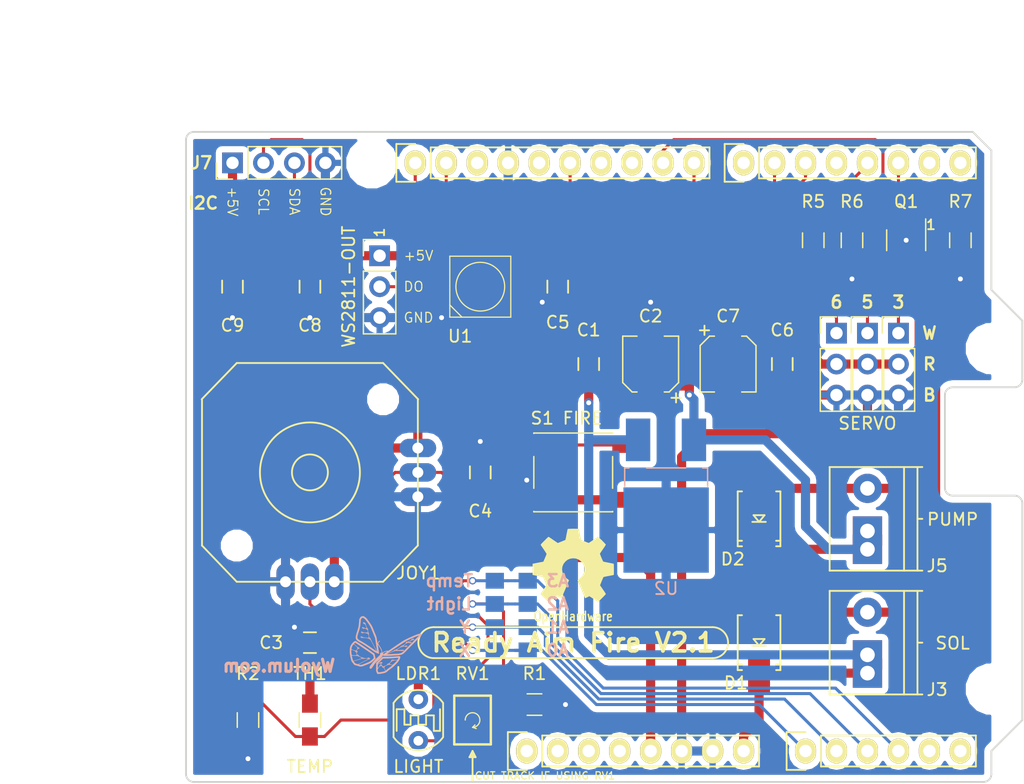
<source format=kicad_pcb>
(kicad_pcb (version 4) (host pcbnew 4.0.7-e2-6376~58~ubuntu16.04.1)
  (title_block (date "lun. 30 mars 2015"))
  (layers (0 F.Cu signal) (31 B.Cu signal) (34 B.Paste user) (35 F.Paste user) (36 B.SilkS user) (37 F.SilkS user) (38 B.Mask user) (39 F.Mask user) (44 Edge.Cuts user))
  (net 0 "")
  (net 1 +5V)
  (net 2 GND)
  (net 3 /Vin)
  (net 4 /A0)
  (net 5 /A1)
  (net 6 /A2)
  (net 7 /A3)
  (net 8 "/A4(SDA)")
  (net 9 "/A5(SCL)")
  (net 10 "/9(**)")
  (net 11 /8)
  (net 12 "/6(**)")
  (net 13 "/5(**)")
  (net 14 "/3(**)")
  (net 15 /2)
  (net 16 "/12(MISO)")
  (net 17 /SVCC)
  (net 18 /LED_OUT)
  (net 19 "Net-(Q1-Pad3)")
  (net 20 "Net-(D1-Pad2)")
  (net 21 "Net-(D2-Pad2)")
  (module RAF_Libs:CP_Elec_4x5.7 (layer F.Cu) (at 155.448 92.075 270)
    (fp_text reference C7 (at -3.937 0 360) (layer F.SilkS))
    (fp_text value 2.2uF)
    (fp_text user + (at -2.77 2.01 270) (layer F.SilkS))
    (pad 1 smd rect (at -1.8 0 90) (size 2.6 1.6) (layers F.Cu F.Paste F.Mask) (net 17 /SVCC))
    (pad 2 smd rect (at 1.8 0 90) (size 2.6 1.6) (layers F.Cu F.Paste F.Mask) (net 2 GND))
  )
  (module RAF_Libs:LED_WS2812B-PLCC4 (layer F.Cu) (at 135.128 85.725 270)
    (fp_text reference U1 (at 4.064 1.651 360) (layer F.SilkS))
    (fp_text value RGB_WS2811B)
    (pad 3 smd rect (at 2.5 1.6 270) (size 1.6 1) (layers F.Cu F.Paste F.Mask) (net 2 GND))
    (pad 4 smd rect (at 2.5 -1.6 270) (size 1.6 1) (layers F.Cu F.Paste F.Mask) (net 11 /8))
    (pad 2 smd rect (at -2.5 1.6 270) (size 1.6 1) (layers F.Cu F.Paste F.Mask) (net 18 /LED_OUT))
    (pad 1 smd rect (at -2.5 -1.6 270) (size 1.6 1) (layers F.Cu F.Paste F.Mask) (net 1 +5V))
  )
  (module RAF_Libs:R_0805_HandSoldering (layer F.Cu) (at 121.158 121.285 270)
    (fp_text reference TH1 (at -3.81 0 360) (layer F.SilkS))
    (fp_text value TEMP (at 3.81 0 360) (layer F.SilkS))
    (pad 1 smd rect (at -1.35 0 270) (size 1.5 1.3) (layers F.Cu F.Paste F.Mask) (net 1 +5V))
    (pad 2 smd rect (at 1.35 0 270) (size 1.5 1.3) (layers F.Cu F.Paste F.Mask) (net 7 /A3))
  )
  (module RAF_Libs:SW_SPST_PTS645 (layer F.Cu) (at 142.748 100.965)
    (fp_text reference S1 (at -2.54 -4.445) (layer F.SilkS))
    (fp_text value FIRE (at 0.762 -4.445) (layer F.SilkS))
    (pad 2 smd rect (at -3.98 2.25) (size 1.55 1.3) (layers F.Cu F.Paste F.Mask) (net 2 GND))
    (pad 1 smd rect (at -3.98 -2.25) (size 1.55 1.3) (layers F.Cu F.Paste F.Mask) (net 16 "/12(MISO)"))
    (pad 1 smd rect (at 3.98 -2.25) (size 1.55 1.3) (layers F.Cu F.Paste F.Mask) (net 16 "/12(MISO)"))
    (pad 2 smd rect (at 3.98 2.25) (size 1.55 1.3) (layers F.Cu F.Paste F.Mask) (net 2 GND))
  )
  (module RAF_Libs:R_0805_HandSoldering (layer F.Cu) (at 174.498 81.915 90)
    (fp_text reference R7 (at 3.175 0 360) (layer F.SilkS))
    (fp_text value 100k)
    (pad 1 smd rect (at -1.35 0 90) (size 1.5 1.3) (layers F.Cu F.Paste F.Mask) (net 2 GND))
    (pad 2 smd rect (at 1.35 0 90) (size 1.5 1.3) (layers F.Cu F.Paste F.Mask) (net 15 /2))
  )
  (module RAF_Libs:R_0805_HandSoldering (layer F.Cu) (at 165.608 81.915 90)
    (fp_text reference R6 (at 3.175 0 360) (layer F.SilkS))
    (fp_text value 100k)
    (pad 1 smd rect (at -1.35 0 90) (size 1.5 1.3) (layers F.Cu F.Paste F.Mask) (net 2 GND))
    (pad 2 smd rect (at 1.35 0 90) (size 1.5 1.3) (layers F.Cu F.Paste F.Mask) (net 19 "Net-(Q1-Pad3)"))
  )
  (module RAF_Libs:R_0805_HandSoldering (layer F.Cu) (at 162.433 81.915 90)
    (fp_text reference R5 (at 3.175 0 360) (layer F.SilkS))
    (fp_text value 100k)
    (pad 1 smd rect (at -1.35 0 90) (size 1.5 1.3) (layers F.Cu F.Paste F.Mask) (net 19 "Net-(Q1-Pad3)"))
    (pad 2 smd rect (at 1.35 0 90) (size 1.5 1.3) (layers F.Cu F.Paste F.Mask) (net 10 "/9(**)"))
  )
  (module RAF_Libs:R_0805_HandSoldering (layer F.Cu) (at 116.078 121.285 270)
    (fp_text reference R2 (at -3.81 0 360) (layer F.SilkS))
    (fp_text value 10K)
    (pad 1 smd rect (at -1.35 0 270) (size 1.5 1.3) (layers F.Cu F.Paste F.Mask) (net 7 /A3))
    (pad 2 smd rect (at 1.35 0 270) (size 1.5 1.3) (layers F.Cu F.Paste F.Mask) (net 2 GND))
  )
  (module RAF_Libs:R_0805_HandSoldering (layer F.Cu) (at 139.573 120.015)
    (fp_text reference R1 (at 0 -2.54 180) (layer F.SilkS))
    (fp_text value 22K)
    (pad 1 smd rect (at -1.35 0) (size 1.5 1.3) (layers F.Cu F.Paste F.Mask) (net 6 /A2))
    (pad 2 smd rect (at 1.35 0) (size 1.5 1.3) (layers F.Cu F.Paste F.Mask) (net 2 GND))
  )
  (module RAF_Libs:SuperSOT-6 (layer F.Cu) (at 170.053 81.915 270)
    (fp_text reference Q1 (at -3.175 0 360) (layer F.SilkS))
    (fp_text value FDC6305N)
    (pad 1 smd rect (at -1.3 -0.95 270) (size 1 0.7) (layers F.Cu F.Paste F.Mask) (net 15 /2))
    (pad 2 smd rect (at -1.3 0 270) (size 1 0.7) (layers F.Cu F.Paste F.Mask) (net 2 GND))
    (pad 3 smd rect (at -1.3 0.95 270) (size 1 0.7) (layers F.Cu F.Paste F.Mask) (net 19 "Net-(Q1-Pad3)"))
    (pad 4 smd rect (at 1.3 0.95 270) (size 1 0.7) (layers F.Cu F.Paste F.Mask) (net 21 "Net-(D2-Pad2)"))
    (pad 6 smd rect (at 1.3 -0.95 270) (size 1 0.7) (layers F.Cu F.Paste F.Mask) (net 20 "Net-(D1-Pad2)"))
    (pad 5 smd rect (at 1.3 0 270) (size 1 0.7) (layers F.Cu F.Paste F.Mask) (net 2 GND))
  )
  (module RAF_Libs:Socket_Strip_Arduino_1x08 (layer F.Cu) (at 156.718 75.565)
    (fp_text reference P4 hide)
    (fp_text value Digital)
    (pad 1 thru_hole oval (at 0 0) (size 1.7272 2.032) (drill 1.016) (layers *.Cu *.Mask F.SilkS))
    (pad 2 thru_hole oval (at 2.54 0) (size 1.7272 2.032) (drill 1.016) (layers *.Cu *.Mask F.SilkS) (net 12 "/6(**)"))
    (pad 3 thru_hole oval (at 5.08 0) (size 1.7272 2.032) (drill 1.016) (layers *.Cu *.Mask F.SilkS) (net 13 "/5(**)"))
    (pad 4 thru_hole oval (at 7.62 0) (size 1.7272 2.032) (drill 1.016) (layers *.Cu *.Mask F.SilkS))
    (pad 5 thru_hole oval (at 10.16 0) (size 1.7272 2.032) (drill 1.016) (layers *.Cu *.Mask F.SilkS) (net 14 "/3(**)"))
    (pad 6 thru_hole oval (at 12.7 0) (size 1.7272 2.032) (drill 1.016) (layers *.Cu *.Mask F.SilkS) (net 15 /2))
    (pad 7 thru_hole oval (at 15.24 0) (size 1.7272 2.032) (drill 1.016) (layers *.Cu *.Mask F.SilkS))
    (pad 8 thru_hole oval (at 17.78 0) (size 1.7272 2.032) (drill 1.016) (layers *.Cu *.Mask F.SilkS))
  )
  (module RAF_Libs:Socket_Strip_Arduino_1x10 (layer F.Cu) (at 129.794 75.565)
    (fp_text reference P3 hide)
    (fp_text value Digital)
    (pad 1 thru_hole oval (at 0 0) (size 1.7272 2.032) (drill 1.016) (layers *.Cu *.Mask F.SilkS) (net 9 "/A5(SCL)"))
    (pad 2 thru_hole oval (at 2.54 0) (size 1.7272 2.032) (drill 1.016) (layers *.Cu *.Mask F.SilkS) (net 8 "/A4(SDA)"))
    (pad 3 thru_hole oval (at 5.08 0) (size 1.7272 2.032) (drill 1.016) (layers *.Cu *.Mask F.SilkS))
    (pad 4 thru_hole oval (at 7.62 0) (size 1.7272 2.032) (drill 1.016) (layers *.Cu *.Mask F.SilkS) (net 2 GND))
    (pad 5 thru_hole oval (at 10.16 0) (size 1.7272 2.032) (drill 1.016) (layers *.Cu *.Mask F.SilkS))
    (pad 6 thru_hole oval (at 12.7 0) (size 1.7272 2.032) (drill 1.016) (layers *.Cu *.Mask F.SilkS) (net 16 "/12(MISO)"))
    (pad 7 thru_hole oval (at 15.24 0) (size 1.7272 2.032) (drill 1.016) (layers *.Cu *.Mask F.SilkS))
    (pad 8 thru_hole oval (at 17.78 0) (size 1.7272 2.032) (drill 1.016) (layers *.Cu *.Mask F.SilkS))
    (pad 9 thru_hole oval (at 20.32 0) (size 1.7272 2.032) (drill 1.016) (layers *.Cu *.Mask F.SilkS) (net 10 "/9(**)"))
    (pad 10 thru_hole oval (at 22.86 0) (size 1.7272 2.032) (drill 1.016) (layers *.Cu *.Mask F.SilkS) (net 11 /8))
  )
  (module RAF_Libs:Socket_Strip_Arduino_1x06 (layer F.Cu) (at 161.798 123.825)
    (fp_text reference P2 hide)
    (fp_text value Analog)
    (pad 1 thru_hole oval (at 0 0) (size 1.7272 2.032) (drill 1.016) (layers *.Cu *.Mask F.SilkS) (net 4 /A0))
    (pad 2 thru_hole oval (at 2.54 0) (size 1.7272 2.032) (drill 1.016) (layers *.Cu *.Mask F.SilkS) (net 5 /A1))
    (pad 3 thru_hole oval (at 5.08 0) (size 1.7272 2.032) (drill 1.016) (layers *.Cu *.Mask F.SilkS) (net 6 /A2))
    (pad 4 thru_hole oval (at 7.62 0) (size 1.7272 2.032) (drill 1.016) (layers *.Cu *.Mask F.SilkS) (net 7 /A3))
    (pad 5 thru_hole oval (at 10.16 0) (size 1.7272 2.032) (drill 1.016) (layers *.Cu *.Mask F.SilkS))
    (pad 6 thru_hole oval (at 12.7 0) (size 1.7272 2.032) (drill 1.016) (layers *.Cu *.Mask F.SilkS))
  )
  (module RAF_Libs:Socket_Strip_Arduino_1x08 (layer F.Cu) (at 138.938 123.825)
    (fp_text reference P1 hide)
    (fp_text value Power)
    (pad 1 thru_hole oval (at 0 0) (size 1.7272 2.032) (drill 1.016) (layers *.Cu *.Mask F.SilkS))
    (pad 2 thru_hole oval (at 2.54 0) (size 1.7272 2.032) (drill 1.016) (layers *.Cu *.Mask F.SilkS))
    (pad 3 thru_hole oval (at 5.08 0) (size 1.7272 2.032) (drill 1.016) (layers *.Cu *.Mask F.SilkS))
    (pad 4 thru_hole oval (at 7.62 0) (size 1.7272 2.032) (drill 1.016) (layers *.Cu *.Mask F.SilkS))
    (pad 5 thru_hole oval (at 10.16 0) (size 1.7272 2.032) (drill 1.016) (layers *.Cu *.Mask F.SilkS) (net 1 +5V))
    (pad 6 thru_hole oval (at 12.7 0) (size 1.7272 2.032) (drill 1.016) (layers *.Cu *.Mask F.SilkS) (net 2 GND))
    (pad 7 thru_hole oval (at 15.24 0) (size 1.7272 2.032) (drill 1.016) (layers *.Cu *.Mask F.SilkS) (net 2 GND))
    (pad 8 thru_hole oval (at 17.78 0) (size 1.7272 2.032) (drill 1.016) (layers *.Cu *.Mask F.SilkS) (net 3 /Vin))
  )
  (module RAF_Libs:Pin_Header_Straight_1x04_Pitch2.54mm (layer F.Cu) (at 114.808 75.565 90)
    (fp_text reference J7 (at 0 -2.54 180) (layer F.SilkS) (effects (font (thickness 0.2))))
    (fp_text value I2C (at -3.302 -2.413 180) (layer F.SilkS) (effects (font (thickness 0.2))))
    (pad 1 thru_hole rect (at 0 0 90) (size 1.7 1.7) (drill 1.016) (layers *.Cu *.Mask) (net 1 +5V))
    (pad 2 thru_hole oval (at 0 2.54 90) (size 1.7 1.7) (drill 1.016) (layers *.Cu *.Mask) (net 9 "/A5(SCL)"))
    (pad 3 thru_hole oval (at 0 5.08 90) (size 1.7 1.7) (drill 1.016) (layers *.Cu *.Mask) (net 8 "/A4(SDA)"))
    (pad 4 thru_hole oval (at 0 7.62 90) (size 1.7 1.7) (drill 1.016) (layers *.Cu *.Mask) (net 2 GND))
  )
  (module RAF_Libs:Pin_Header_Straight_1x03_Pitch2.54mm (layer F.Cu) (at 126.873 83.185)
    (fp_text reference J6 hide)
    (fp_text value WS2811-OUT (at -2.54 2.54 90) (layer F.SilkS))
    (pad 1 thru_hole rect (at 0 0) (size 1.7 1.7) (drill 1.016) (layers *.Cu *.Mask) (net 1 +5V))
    (pad 2 thru_hole oval (at 0 2.54) (size 1.7 1.7) (drill 1.016) (layers *.Cu *.Mask) (net 18 /LED_OUT))
    (pad 3 thru_hole oval (at 0 5.08) (size 1.7 1.7) (drill 1.016) (layers *.Cu *.Mask) (net 2 GND))
  )
  (module RAF_Libs:Pin_Header_Straight_1x03_Pitch2.54mm (layer F.Cu) (at 164.338 89.535)
    (fp_text reference J4 hide)
    (fp_text value SERVO hide)
    (pad 1 thru_hole rect (at 0 0) (size 1.7 1.7) (drill 1.016) (layers *.Cu *.Mask) (net 12 "/6(**)"))
    (pad 2 thru_hole oval (at 0 2.54) (size 1.7 1.7) (drill 1.016) (layers *.Cu *.Mask) (net 17 /SVCC))
    (pad 3 thru_hole oval (at 0 5.08) (size 1.7 1.7) (drill 1.016) (layers *.Cu *.Mask) (net 2 GND))
  )
  (module RAF_Libs:Pin_Header_Straight_1x03_Pitch2.54mm (layer F.Cu) (at 166.878 89.535)
    (fp_text reference J2 hide)
    (fp_text value SERVO (at 0 7.41) (layer F.SilkS))
    (pad 1 thru_hole rect (at 0 0) (size 1.7 1.7) (drill 1.016) (layers *.Cu *.Mask) (net 13 "/5(**)"))
    (pad 2 thru_hole oval (at 0 2.54) (size 1.7 1.7) (drill 1.016) (layers *.Cu *.Mask) (net 17 /SVCC))
    (pad 3 thru_hole oval (at 0 5.08) (size 1.7 1.7) (drill 1.016) (layers *.Cu *.Mask) (net 2 GND))
  )
  (module RAF_Libs:Pin_Header_Straight_1x03_Pitch2.54mm (layer F.Cu) (at 169.418 89.535)
    (fp_text reference J1 hide)
    (fp_text value SERVO hide)
    (pad 1 thru_hole rect (at 0 0) (size 1.7 1.7) (drill 1.016) (layers *.Cu *.Mask) (net 14 "/3(**)"))
    (pad 2 thru_hole oval (at 0 2.54) (size 1.7 1.7) (drill 1.016) (layers *.Cu *.Mask) (net 17 /SVCC))
    (pad 3 thru_hole oval (at 0 5.08) (size 1.7 1.7) (drill 1.016) (layers *.Cu *.Mask) (net 2 GND))
  )
  (module RAF_Libs:SMA_Handsoldering (layer F.Cu) (at 157.988 104.775 90)
    (fp_text reference D2 (at -3.302 -2.159 180) (layer F.SilkS))
    (fp_text value S1ATR)
    (pad 1 smd rect (at -2.49936 0 90) (size 3.50012 1.80086) (layers F.Cu F.Paste F.Mask) (net 17 /SVCC))
    (pad 2 smd rect (at 2.49936 0 90) (size 3.50012 1.80086) (layers F.Cu F.Paste F.Mask) (net 21 "Net-(D2-Pad2)"))
  )
  (module RAF_Libs:SMA_Handsoldering (layer F.Cu) (at 157.988 114.935 90)
    (fp_text reference D1 (at -3.302 -1.905 180) (layer F.SilkS))
    (fp_text value S1ATR)
    (pad 1 smd rect (at -2.49936 0 90) (size 3.50012 1.80086) (layers F.Cu F.Paste F.Mask) (net 3 /Vin))
    (pad 2 smd rect (at 2.49936 0 90) (size 3.50012 1.80086) (layers F.Cu F.Paste F.Mask) (net 20 "Net-(D1-Pad2)"))
  )
  (module RAF_Libs:C_0805_HandSoldering (layer F.Cu) (at 114.808 85.725 270)
    (fp_text reference C9 (at 3.175 0 360) (layer F.SilkS))
    (fp_text value 0.1uF)
    (pad 1 smd rect (at -1.25 0 270) (size 1.5 1.25) (layers F.Cu F.Paste F.Mask) (net 1 +5V))
    (pad 2 smd rect (at 1.25 0 270) (size 1.5 1.25) (layers F.Cu F.Paste F.Mask) (net 2 GND))
  )
  (module RAF_Libs:C_0805_HandSoldering (layer F.Cu) (at 121.158 85.725 270)
    (fp_text reference C8 (at 3.175 0 360) (layer F.SilkS))
    (fp_text value 0.1uF)
    (pad 1 smd rect (at -1.25 0 270) (size 1.5 1.25) (layers F.Cu F.Paste F.Mask) (net 1 +5V))
    (pad 2 smd rect (at 1.25 0 270) (size 1.5 1.25) (layers F.Cu F.Paste F.Mask) (net 2 GND))
  )
  (module RAF_Libs:C_0805_HandSoldering (layer F.Cu) (at 159.893 92.075 270)
    (fp_text reference C6 (at -2.794 0 360) (layer F.SilkS))
    (fp_text value 0.1uF)
    (pad 1 smd rect (at -1.25 0 270) (size 1.5 1.25) (layers F.Cu F.Paste F.Mask) (net 17 /SVCC))
    (pad 2 smd rect (at 1.25 0 270) (size 1.5 1.25) (layers F.Cu F.Paste F.Mask) (net 2 GND))
  )
  (module RAF_Libs:C_0805_HandSoldering (layer F.Cu) (at 141.478 85.725 270)
    (fp_text reference C5 (at 2.921 0 360) (layer F.SilkS))
    (fp_text value 0.1uF)
    (pad 1 smd rect (at -1.25 0 270) (size 1.5 1.25) (layers F.Cu F.Paste F.Mask) (net 1 +5V))
    (pad 2 smd rect (at 1.25 0 270) (size 1.5 1.25) (layers F.Cu F.Paste F.Mask) (net 2 GND))
  )
  (module RAF_Libs:C_0805_HandSoldering (layer F.Cu) (at 135.128 100.965 90)
    (fp_text reference C4 (at -3.175 0 180) (layer F.SilkS))
    (fp_text value 0.1uF)
    (pad 1 smd rect (at -1.25 0 90) (size 1.5 1.25) (layers F.Cu F.Paste F.Mask) (net 5 /A1))
    (pad 2 smd rect (at 1.25 0 90) (size 1.5 1.25) (layers F.Cu F.Paste F.Mask) (net 2 GND))
  )
  (module RAF_Libs:C_0805_HandSoldering (layer F.Cu) (at 121.158 114.935 180)
    (fp_text reference C3 (at 3.175 0 360) (layer F.SilkS))
    (fp_text value 0.1uF)
    (pad 1 smd rect (at -1.25 0 180) (size 1.5 1.25) (layers F.Cu F.Paste F.Mask) (net 4 /A0))
    (pad 2 smd rect (at 1.25 0 180) (size 1.5 1.25) (layers F.Cu F.Paste F.Mask) (net 2 GND))
  )
  (module RAF_Libs:C_0805_HandSoldering (layer F.Cu) (at 144.018 92.075 90)
    (fp_text reference C1 (at 2.794 0 180) (layer F.SilkS))
    (fp_text value 0.1uF)
    (pad 1 smd rect (at -1.25 0 90) (size 1.5 1.25) (layers F.Cu F.Paste F.Mask) (net 3 /Vin))
    (pad 2 smd rect (at 1.25 0 90) (size 1.5 1.25) (layers F.Cu F.Paste F.Mask) (net 2 GND))
  )
  (module RAF_Libs:CP_Elec_4x5.7 (layer F.Cu) (at 149.098 92.075 90)
    (fp_text reference C2 (at 3.937 0 180) (layer F.SilkS))
    (fp_text value 2.2uF)
    (fp_text user + (at -2.77 2.01 90) (layer F.SilkS))
    (pad 1 smd rect (at -1.8 0 270) (size 2.6 1.6) (layers F.Cu F.Paste F.Mask) (net 17 /SVCC))
    (pad 2 smd rect (at 1.8 0 270) (size 2.6 1.6) (layers F.Cu F.Paste F.Mask) (net 2 GND))
  )
  (module RAF_Libs:logo_wyo_butterfly_small (layer B.Cu) (at 126.873 115.57 180)
    (fp_text reference WYO1 hide)
    (fp_text value LOGO_WL hide)
  )
  (module RAF_Libs:OSHW_6mm (layer F.Cu) (at 142.748 108.585)
    (fp_text reference OSHW1 hide)
    (fp_text value OSHW hide)
    (fp_text user OpenHardware (at 0 4.191) (layer F.SilkS) (effects (font (size 0.762 0.6096) (thickness 0.127))))
  )
  (module RAF_Libs:DPak (layer B.Cu) (at 150.368 102.87 270)
    (fp_text reference U2 (at 7.62 0 360) (layer B.SilkS) (effects (justify mirror)))
    (fp_text value LF60CDT)
    (pad VI smd rect (at -4.575 2.3) (size 2 3.5) (layers B.Cu B.Paste B.Mask) (net 3 /Vin))
    (pad VO smd rect (at -4.575 -2.28) (size 2 3.5) (layers B.Cu B.Paste B.Mask) (net 17 /SVCC))
    (pad GND smd rect (at 2.825 0) (size 7 7) (layers B.Cu B.Paste B.Mask) (net 2 GND))
  )
  (module RAF_Libs:0805_jumper (layer B.Cu) (at 137.668 115.57)
    (fp_text reference JP1 hide)
    (fp_text value Jumper_NC_Small hide)
    (pad 2 smd rect (at 0.3 0) (size 0.6 0.1524) (layers B.Cu B.Paste B.Mask) (net 4 /A0))
    (pad 2 smd rect (at 1.35 0) (size 1.5 1.3) (layers B.Cu B.Paste B.Mask) (net 4 /A0))
    (pad 1 smd rect (at -1.35 0) (size 1.5 1.3) (layers B.Cu B.Paste B.Mask) (net 4 /A0))
    (pad 1 smd rect (at -0.3 0) (size 0.6 0.1524) (layers B.Cu B.Paste B.Mask) (net 4 /A0))
  )
  (module RAF_Libs:0805_jumper (layer B.Cu) (at 137.668 109.855)
    (fp_text reference JP4 hide)
    (fp_text value Jumper_NC_Small hide)
    (pad 2 smd rect (at 0.3 0) (size 0.6 0.1524) (layers B.Cu B.Paste B.Mask) (net 7 /A3))
    (pad 2 smd rect (at 1.35 0) (size 1.5 1.3) (layers B.Cu B.Paste B.Mask) (net 7 /A3))
    (pad 1 smd rect (at -1.35 0) (size 1.5 1.3) (layers B.Cu B.Paste B.Mask) (net 7 /A3))
    (pad 1 smd rect (at -0.3 0) (size 0.6 0.1524) (layers B.Cu B.Paste B.Mask) (net 7 /A3))
  )
  (module RAF_Libs:0805_jumper (layer B.Cu) (at 137.668 111.76)
    (fp_text reference JP3 hide)
    (fp_text value Jumper_NC_Small hide)
    (pad 2 smd rect (at 0.3 0) (size 0.6 0.1524) (layers B.Cu B.Paste B.Mask) (net 6 /A2))
    (pad 2 smd rect (at 1.35 0) (size 1.5 1.3) (layers B.Cu B.Paste B.Mask) (net 6 /A2))
    (pad 1 smd rect (at -1.35 0) (size 1.5 1.3) (layers B.Cu B.Paste B.Mask) (net 6 /A2))
    (pad 1 smd rect (at -0.3 0) (size 0.6 0.1524) (layers B.Cu B.Paste B.Mask) (net 6 /A2))
  )
  (module RAF_Libs:0805_jumper (layer B.Cu) (at 137.668 113.665)
    (fp_text reference JP2 hide)
    (fp_text value Jumper_NC_Small hide)
    (pad 2 smd rect (at 0.3 0) (size 0.6 0.1524) (layers B.Cu B.Paste B.Mask) (net 5 /A1))
    (pad 2 smd rect (at 1.35 0) (size 1.5 1.3) (layers B.Cu B.Paste B.Mask) (net 5 /A1))
    (pad 1 smd rect (at -1.35 0) (size 1.5 1.3) (layers B.Cu B.Paste B.Mask) (net 5 /A1))
    (pad 1 smd rect (at -0.3 0) (size 0.6 0.1524) (layers B.Cu B.Paste B.Mask) (net 5 /A1))
  )
  (module RAF_Libs:Adafruit-thumb-joystick (layer F.Cu) (at 121.158 100.965)
    (fp_text reference JOY1 (at 8.89 8.255) (layer F.SilkS))
    (fp_text value AnalogJoystick)
    (pad X thru_hole oval (at 0 8.975) (size 1.5 3) (drill 0.8992) (layers *.Cu *.Mask) (net 4 /A0))
    (pad X- thru_hole oval (at -2 8.975) (size 1.5 3) (drill 0.8992) (layers *.Cu *.Mask) (net 2 GND))
    (pad X+ thru_hole oval (at 2 8.975) (size 1.5 3) (drill 0.8992) (layers *.Cu *.Mask) (net 1 +5V))
    (pad Y thru_hole oval (at 8.85 0) (size 3 1.5) (drill 0.8992) (layers *.Cu *.Mask) (net 5 /A1))
    (pad Y+ thru_hole oval (at 8.85 -2) (size 3 1.5) (drill 0.8992) (layers *.Cu *.Mask) (net 1 +5V))
    (pad Y- thru_hole oval (at 8.85 2) (size 3 1.5) (drill 0.8992) (layers *.Cu *.Mask) (net 2 GND))
    (pad "" np_thru_hole circle (at 5.999988 -5.999988) (size 1.599946 1.599946) (drill 1.599946) (layers *.Cu *.Mask))
    (pad "" np_thru_hole circle (at -5.999988 5.999988) (size 1.599946 1.599946) (drill 1.599946) (layers *.Cu *.Mask))
  )
  (module RAF_Libs:Resistor_LDR_5.0x3.4 (layer F.Cu) (at 130.048 121.285 270)
    (fp_text reference LDR1 (at -3.81 0 360) (layer F.SilkS))
    (fp_text value LIGHT (at 3.81 0 360) (layer F.SilkS))
    (pad 1 thru_hole circle (at -1.7018 0 270) (size 1.6 1.6) (drill 0.8) (layers *.Cu *.Mask) (net 1 +5V))
    (pad 2 thru_hole circle (at 1.7018 0 270) (size 1.6 1.6) (drill 0.8) (layers *.Cu *.Mask) (net 6 /A2))
  )
  (module RAF_Libs:NPTH_hole_3mm (layer F.Cu) (at 126.238 75.565)
    (fp_text reference H4 hide)
    (fp_text value NPTH_hole hide)
    (pad "" np_thru_hole circle (at 0 0) (size 3.175 3.175) (drill 3.175) (layers *.Cu *.Mask))
  )
  (module RAF_Libs:NPTH_hole_3mm (layer F.Cu) (at 177.038 90.805)
    (fp_text reference H3 hide)
    (fp_text value NPTH_hole hide)
    (pad "" np_thru_hole circle (at 0 0) (size 3.175 3.175) (drill 3.175) (layers *.Cu *.Mask))
  )
  (module RAF_Libs:NPTH_hole_3mm (layer F.Cu) (at 177.038 118.745)
    (fp_text reference H2 hide)
    (fp_text value NPTH_hole hide)
    (pad "" np_thru_hole circle (at 0 0) (size 3.175 3.175) (drill 3.175) (layers *.Cu *.Mask))
  )
  (module RAF_Libs:NPTH_hole_3mm (layer F.Cu) (at 124.968 123.825)
    (fp_text reference H1 hide)
    (fp_text value NPTH_hole hide)
    (pad "" np_thru_hole circle (at 0 0) (size 3.175 3.175) (drill 3.175) (layers *.Cu *.Mask))
  )
  (module RAF_Libs:TerminalBlock_Pheonix_PT-5.0mm_2pol (layer F.Cu) (at 166.878 114.935 90)
    (fp_text reference J3 (at -3.855 5.715 180) (layer F.SilkS))
    (fp_text value SOL (at -0.045 6.985 180) (layer F.SilkS))
    (pad 2 thru_hole circle (at 2.5 0 90) (size 2.4 2.4) (drill 1.2) (layers *.Cu *.Mask) (net 20 "Net-(D1-Pad2)"))
    (pad 1 thru_hole rect (at -2.5 0 90) (size 2.4 2.4) (drill 1.2) (layers *.Cu *.Mask) (net 3 /Vin))
    (pad 1 thru_hole rect (at -1 0 90) (size 2.4 2.4) (drill 1.2) (layers *.Cu *.Mask) (net 3 /Vin))
  )
  (module RAF_Libs:TerminalBlock_Pheonix_PT-5.0mm_2pol (layer F.Cu) (at 166.878 104.775 90)
    (fp_text reference J5 (at -3.855 5.715 180) (layer F.SilkS))
    (fp_text value PUMP (at -0.045 6.985 180) (layer F.SilkS))
    (pad 2 thru_hole circle (at 2.5 0 90) (size 2.4 2.4) (drill 1.2) (layers *.Cu *.Mask) (net 21 "Net-(D2-Pad2)"))
    (pad 1 thru_hole rect (at -2.5 0 90) (size 2.4 2.4) (drill 1.2) (layers *.Cu *.Mask) (net 17 /SVCC))
    (pad 1 thru_hole rect (at -1 0 90) (size 2.4 2.4) (drill 1.2) (layers *.Cu *.Mask) (net 17 /SVCC))
  )
  (module RAF_Libs:Res_variable (layer F.Cu) (at 134.493 121.285)
    (fp_text reference RV1 (at 0 -3.81) (layer F.SilkS))
    (fp_text value 100k)
    (pad 1 smd rect (at -1 1.8) (size 1.2 1.2) (layers F.Cu F.Paste F.Mask) (net 6 /A2))
    (pad 2 smd rect (at 1 1.8) (size 1.2 1.2) (layers F.Cu F.Paste F.Mask) (net 6 /A2))
    (pad 3 smd rect (at 0 -1.5) (size 1.6 1.6) (layers F.Cu F.Paste F.Mask) (net 6 /A2))
    (pad 1 smd rect (at -0.6 2.3) (size 1.2 0.2) (layers F.Cu F.Paste F.Mask) (net 6 /A2))
    (pad 2 smd rect (at 0.6 2.3) (size 1.2 0.2) (layers F.Cu F.Paste F.Mask) (net 6 /A2))
  )
  (gr_arc (start 131.318 114.935) (end 131.318 116.205) (angle 180) (layer F.SilkS) (width 0.15))
  (gr_arc (start 154.178 114.935) (end 154.178 113.665) (angle 180) (layer F.SilkS) (width 0.15))
  (gr_line (start 154.178 116.205) (end 131.318 116.205) (layer F.SilkS) (width 0.15))
  (gr_line (start 131.318 113.665) (end 154.178 113.665) (layer F.SilkS) (width 0.15))
  (gr_text "CUT TRACK IF USING RV1" (at 134.62 125.857) (layer F.SilkS) (effects (font (size 0.6 0.6) (thickness 0.1)) (justify left)))
  (gr_line (start 134.62 124.333) (end 134.62 124.079) (layer F.SilkS) (width 0.15))
  (gr_line (start 134.366 124.079) (end 134.366 124.333) (layer F.SilkS) (width 0.15))
  (gr_line (start 134.747 124.333) (end 134.493 123.825) (layer F.SilkS) (width 0.15))
  (gr_line (start 134.239 124.333) (end 134.747 124.333) (layer F.SilkS) (width 0.15))
  (gr_line (start 134.493 123.825) (end 134.239 124.333) (layer F.SilkS) (width 0.15))
  (gr_line (start 134.493 123.825) (end 134.493 126.365) (layer F.SilkS) (width 0.15))
  (gr_arc (start 176.403 125.73) (end 177.038 125.73) (angle 90) (layer Edge.Cuts) (width 0.15))
  (gr_arc (start 111.633 125.73) (end 111.633 126.365) (angle 90) (layer Edge.Cuts) (width 0.15))
  (gr_arc (start 111.633 73.66) (end 110.998 73.66) (angle 90) (layer Edge.Cuts) (width 0.15))
  (gr_line (start 179.578 103.505) (end 179.578 121.285) (angle 90) (layer Edge.Cuts) (width 0.15))
  (gr_line (start 179.578 93.345) (end 179.578 88.519) (angle 90) (layer Edge.Cuts) (width 0.15))
  (gr_line (start 173.863 102.87) (end 178.943 102.87) (angle 90) (layer Edge.Cuts) (width 0.15))
  (gr_line (start 173.228 94.615) (end 173.228 102.235) (angle 90) (layer Edge.Cuts) (width 0.15))
  (gr_line (start 178.943 93.98) (end 173.863 93.98) (angle 90) (layer Edge.Cuts) (width 0.15))
  (gr_arc (start 178.943 103.505) (end 178.943 102.87) (angle 90) (layer Edge.Cuts) (width 0.15))
  (gr_arc (start 178.943 93.345) (end 179.578 93.345) (angle 90) (layer Edge.Cuts) (width 0.15))
  (gr_arc (start 173.863 94.615) (end 173.228 94.615) (angle 90) (layer Edge.Cuts) (width 0.15))
  (gr_arc (start 173.863 102.235) (end 173.863 102.87) (angle 90) (layer Edge.Cuts) (width 0.15))
  (gr_text 1 (at 126.873 81.28 90) (layer F.SilkS) (effects (font (size 0.8 0.8))))
  (gr_text 1 (at 172.085 80.645) (layer F.SilkS) (effects (font (size 0.8 0.8))))
  (gr_text "Temp\n" (at 132.588 109.855) (layer B.SilkS) (effects (font (size 1 1) (thickness 0.2)) (justify mirror)))
  (gr_text Light (at 132.588 111.76) (layer B.SilkS) (effects (font (size 1 1) (thickness 0.2)) (justify mirror)))
  (gr_text Y (at 133.858 113.665) (layer B.SilkS) (effects (font (size 1 1) (thickness 0.2)) (justify mirror)))
  (gr_text X (at 133.858 115.57) (layer B.SilkS) (effects (font (size 1 1) (thickness 0.2)) (justify mirror)))
  (gr_text "A0\n" (at 141.478 115.57) (layer B.SilkS) (effects (font (size 1 1) (thickness 0.2)) (justify mirror)))
  (gr_text "A1\n" (at 141.478 113.665) (layer B.SilkS) (effects (font (size 1 1) (thickness 0.2)) (justify mirror)))
  (gr_text A2 (at 141.478 111.76) (layer B.SilkS) (effects (font (size 1 1) (thickness 0.2)) (justify mirror)))
  (gr_text A3 (at 141.478 109.855) (layer B.SilkS) (effects (font (size 1 1) (thickness 0.2)) (justify mirror)))
  (gr_text B (at 171.958 94.615) (layer F.SilkS) (effects (font (size 1 1) (thickness 0.2))))
  (gr_text R (at 171.958 92.075) (layer F.SilkS) (effects (font (size 1 1) (thickness 0.2))))
  (gr_text W (at 171.958 89.535) (layer F.SilkS) (effects (font (size 1 1) (thickness 0.2))))
  (gr_text 6 (at 164.338 86.995) (layer F.SilkS) (effects (font (size 1 1) (thickness 0.2))))
  (gr_text "5\n" (at 166.878 86.995) (layer F.SilkS) (effects (font (size 1 1) (thickness 0.2))))
  (gr_text 3 (at 169.418 86.995) (layer F.SilkS) (effects (font (size 1 1) (thickness 0.2))))
  (gr_text DO (at 128.778 85.725) (layer F.SilkS) (effects (font (size 0.8 0.8) (thickness 0.1)) (justify left)))
  (gr_text "GND\n" (at 128.778 88.265) (layer F.SilkS) (effects (font (size 0.8 0.8) (thickness 0.1)) (justify left)))
  (gr_text "+5V\n" (at 128.778 83.185) (layer F.SilkS) (effects (font (size 0.8 0.8) (thickness 0.1)) (justify left)))
  (gr_text "GND\n" (at 122.428 78.74 270) (layer F.SilkS) (effects (font (size 0.8 0.8) (thickness 0.1))))
  (gr_text "+5V\n" (at 114.808 78.74 270) (layer F.SilkS) (effects (font (size 0.8 0.8) (thickness 0.1))))
  (gr_text SDA (at 119.888 78.74 270) (layer F.SilkS) (effects (font (size 0.8 0.8) (thickness 0.1))))
  (gr_text SCL (at 117.348 78.74 270) (layer F.SilkS) (effects (font (size 0.8 0.8) (thickness 0.1))))
  (gr_text Wyolum.com (at 118.618 116.84) (layer B.SilkS) (effects (font (size 1 1) (thickness 0.25)) (justify mirror)))
  (gr_text "Ready Aim Fire V2.1" (at 142.748 114.935) (layer F.SilkS) (effects (font (size 1.5 1.5) (thickness 0.3))))
  (gr_line (start 177.038 74.549) (end 175.514 73.025) (angle 90) (layer Edge.Cuts) (width 0.15))
  (gr_line (start 177.038 85.979) (end 177.038 74.549) (angle 90) (layer Edge.Cuts) (width 0.15))
  (gr_line (start 179.578 88.519) (end 177.038 85.979) (angle 90) (layer Edge.Cuts) (width 0.15))
  (gr_line (start 177.038 123.825) (end 179.578 121.285) (angle 90) (layer Edge.Cuts) (width 0.15))
  (gr_line (start 177.038 125.73) (end 177.038 123.825) (angle 90) (layer Edge.Cuts) (width 0.15))
  (gr_line (start 111.633 126.365) (end 176.403 126.365) (angle 90) (layer Edge.Cuts) (width 0.15))
  (gr_line (start 110.998 73.66) (end 110.998 125.73) (angle 90) (layer Edge.Cuts) (width 0.15))
  (gr_line (start 175.514 73.025) (end 111.633 73.025) (angle 90) (layer Edge.Cuts) (width 0.15))
  (segment (start 130.048 119.5832) (end 130.048 118.11) (width 0.75) (layer F.Cu) (net 1))
  (segment (start 128.778 116.84) (end 121.158 116.84) (width 0.75) (layer F.Cu) (net 1))
  (segment (start 130.048 118.11) (end 128.778 116.84) (width 0.75) (layer F.Cu) (net 1))
  (segment (start 121.158 119.935) (end 121.158 116.84) (width 0.75) (layer F.Cu) (net 1))
  (segment (start 149.098 123.825) (end 149.098 109.22) (width 0.75) (layer F.Cu) (net 1))
  (segment (start 149.098 109.22) (end 147.828 107.95) (width 0.75) (layer F.Cu) (net 1))
  (segment (start 147.828 107.95) (end 138.303 107.95) (width 0.75) (layer F.Cu) (net 1))
  (segment (start 135.723 95.21) (end 130.008 95.21) (width 0.75) (layer F.Cu) (net 1))
  (segment (start 138.303 107.95) (end 137.033 106.68) (width 0.75) (layer F.Cu) (net 1))
  (segment (start 137.033 106.68) (end 137.033 96.52) (width 0.75) (layer F.Cu) (net 1))
  (segment (start 137.033 96.52) (end 135.723 95.21) (width 0.75) (layer F.Cu) (net 1))
  (segment (start 117.348 106.68) (end 122.148 106.68) (width 0.75) (layer F.Cu) (net 1))
  (segment (start 122.148 106.68) (end 123.158 107.69) (width 0.75) (layer F.Cu) (net 1))
  (segment (start 123.158 107.69) (end 123.158 109.94) (width 0.75) (layer F.Cu) (net 1))
  (segment (start 130.008 98.965) (end 119.348 98.965) (width 0.75) (layer F.Cu) (net 1))
  (segment (start 119.348 98.965) (end 117.348 100.965) (width 0.75) (layer F.Cu) (net 1))
  (segment (start 130.008 98.965) (end 130.008 95.21) (width 0.75) (layer F.Cu) (net 1))
  (segment (start 123.698 88.9) (end 123.698 84.455) (width 0.75) (layer F.Cu) (net 1))
  (segment (start 130.008 95.21) (end 123.698 88.9) (width 0.75) (layer F.Cu) (net 1))
  (segment (start 118.745 116.84) (end 121.158 116.84) (width 0.75) (layer F.Cu) (net 1))
  (segment (start 117.348 106.68) (end 117.348 115.443) (width 0.75) (layer F.Cu) (net 1))
  (segment (start 118.745 116.84) (end 117.348 115.443) (width 0.75) (layer F.Cu) (net 1))
  (segment (start 117.348 106.68) (end 117.348 100.965) (width 0.75) (layer F.Cu) (net 1))
  (segment (start 136.728 83.225) (end 138.343 83.225) (width 0.75) (layer F.Cu) (net 1))
  (segment (start 139.593 84.475) (end 141.478 84.475) (width 0.75) (layer F.Cu) (net 1))
  (segment (start 138.343 83.225) (end 139.593 84.475) (width 0.75) (layer F.Cu) (net 1))
  (segment (start 121.158 84.475) (end 123.698 84.475) (width 0.75) (layer F.Cu) (net 1))
  (segment (start 123.698 84.475) (end 123.698 84.455) (width 0.75) (layer F.Cu) (net 1))
  (segment (start 126.873 83.185) (end 124.968 83.185) (width 0.75) (layer F.Cu) (net 1))
  (segment (start 124.968 83.185) (end 123.698 84.455) (width 0.75) (layer F.Cu) (net 1))
  (segment (start 114.808 84.475) (end 121.158 84.475) (width 0.75) (layer F.Cu) (net 1))
  (segment (start 114.808 84.475) (end 114.808 75.565) (width 0.75) (layer F.Cu) (net 1))
  (segment (start 121.178 84.455) (end 121.158 84.475) (width 0.75) (layer F.Cu) (net 1))
  (segment (start 132.588 80.645) (end 130.048 83.185) (width 0.75) (layer F.Cu) (net 1))
  (segment (start 130.048 83.185) (end 126.873 83.185) (width 0.75) (layer F.Cu) (net 1))
  (segment (start 135.698 80.645) (end 132.588 80.645) (width 0.75) (layer F.Cu) (net 1))
  (segment (start 136.728 83.225) (end 136.728 81.675) (width 0.75) (layer F.Cu) (net 1))
  (segment (start 136.728 81.675) (end 135.698 80.645) (width 0.75) (layer F.Cu) (net 1))
  (segment (start 136.748 83.205) (end 136.728 83.225) (width 0.75) (layer F.Cu) (net 1))
  (segment (start 150.368 105.695) (end 150.368 88.265) (width 0.75) (layer B.Cu) (net 2))
  (segment (start 150.368 88.265) (end 149.098 86.995) (width 0.75) (layer B.Cu) (net 2))
  (segment (start 169.418 94.615) (end 169.418 98.425) (width 0.75) (layer B.Cu) (net 2))
  (segment (start 150.368 111.76) (end 150.368 105.695) (width 0.75) (layer B.Cu) (net 2))
  (segment (start 151.638 113.03) (end 150.368 111.76) (width 0.75) (layer B.Cu) (net 2))
  (segment (start 157.988 113.03) (end 151.638 113.03) (width 0.75) (layer B.Cu) (net 2))
  (segment (start 161.163 109.855) (end 157.988 113.03) (width 0.75) (layer B.Cu) (net 2))
  (segment (start 169.418 109.855) (end 161.163 109.855) (width 0.75) (layer B.Cu) (net 2))
  (segment (start 170.688 108.585) (end 169.418 109.855) (width 0.75) (layer B.Cu) (net 2))
  (segment (start 170.688 99.695) (end 170.688 108.585) (width 0.75) (layer B.Cu) (net 2))
  (segment (start 169.418 98.425) (end 170.688 99.695) (width 0.75) (layer B.Cu) (net 2))
  (segment (start 142.113 120.015) (end 140.923 120.015) (width 0.75) (layer F.Cu) (net 2))
  (segment (start 143.383 121.285) (end 142.113 120.015) (width 0.75) (layer B.Cu) (net 2))
  (via (at 142.113 120.015) (size 0.6) (drill 0.4) (layers F.Cu B.Cu) (net 2))
  (segment (start 150.864 121.285) (end 143.383 121.285) (width 0.75) (layer B.Cu) (net 2))
  (segment (start 151.638 123.825) (end 151.638 122.059) (width 0.75) (layer B.Cu) (net 2))
  (segment (start 151.638 122.059) (end 150.864 121.285) (width 0.75) (layer B.Cu) (net 2))
  (segment (start 166.243 85.09) (end 165.608 85.09) (width 0.75) (layer F.Cu) (net 2))
  (segment (start 166.878 84.455) (end 166.243 85.09) (width 0.75) (layer F.Cu) (net 2))
  (segment (start 166.878 82.55) (end 166.878 84.455) (width 0.75) (layer F.Cu) (net 2))
  (segment (start 167.513 81.915) (end 166.878 82.55) (width 0.75) (layer F.Cu) (net 2))
  (segment (start 170.053 81.915) (end 167.513 81.915) (width 0.75) (layer F.Cu) (net 2))
  (segment (start 173.228 82.55) (end 173.228 84.455) (width 0.75) (layer F.Cu) (net 2))
  (segment (start 172.593 81.915) (end 173.228 82.55) (width 0.75) (layer F.Cu) (net 2))
  (segment (start 170.053 81.915) (end 172.593 81.915) (width 0.75) (layer F.Cu) (net 2))
  (segment (start 173.228 84.455) (end 173.863 85.09) (width 0.75) (layer F.Cu) (net 2))
  (segment (start 173.863 85.09) (end 174.498 85.09) (width 0.75) (layer F.Cu) (net 2))
  (segment (start 119.158 109.94) (end 119.158 112.935) (width 0.75) (layer B.Cu) (net 2))
  (segment (start 116.078 111.52) (end 116.078 124.46) (width 0.75) (layer B.Cu) (net 2))
  (segment (start 119.158 109.94) (end 117.658 109.94) (width 0.75) (layer B.Cu) (net 2))
  (segment (start 117.658 109.94) (end 116.078 111.52) (width 0.75) (layer B.Cu) (net 2))
  (segment (start 119.158 109.94) (end 119.158 104.87) (width 0.75) (layer B.Cu) (net 2))
  (segment (start 119.158 104.87) (end 121.063 102.965) (width 0.75) (layer B.Cu) (net 2))
  (segment (start 121.063 102.965) (end 130.008 102.965) (width 0.75) (layer B.Cu) (net 2))
  (segment (start 130.008 102.965) (end 137.573 102.965) (width 0.75) (layer B.Cu) (net 2))
  (segment (start 137.573 102.965) (end 138.938 101.6) (width 0.75) (layer B.Cu) (net 2))
  (via (at 116.078 124.46) (size 0.6) (drill 0.4) (layers F.Cu B.Cu) (net 2))
  (segment (start 116.078 122.635) (end 116.078 124.46) (width 0.75) (layer F.Cu) (net 2))
  (segment (start 170.053 85.09) (end 170.053 86.36) (width 0.75) (layer B.Cu) (net 2))
  (segment (start 171.958 93.345) (end 170.688 94.615) (width 0.75) (layer B.Cu) (net 2))
  (segment (start 171.958 88.265) (end 171.958 93.345) (width 0.75) (layer B.Cu) (net 2))
  (segment (start 170.053 86.36) (end 171.958 88.265) (width 0.75) (layer B.Cu) (net 2))
  (segment (start 151.638 123.825) (end 151.638 99.695) (width 0.75) (layer F.Cu) (net 2))
  (segment (start 166.878 97.155) (end 166.878 94.615) (width 0.75) (layer F.Cu) (net 2))
  (segment (start 166.243 97.79) (end 166.878 97.155) (width 0.75) (layer F.Cu) (net 2))
  (segment (start 153.543 97.79) (end 166.243 97.79) (width 0.75) (layer F.Cu) (net 2))
  (segment (start 151.638 99.695) (end 153.543 97.79) (width 0.75) (layer F.Cu) (net 2))
  (segment (start 154.178 123.825) (end 151.638 123.825) (width 0.75) (layer B.Cu) (net 2))
  (segment (start 149.098 90.275) (end 147.088 90.275) (width 0.75) (layer F.Cu) (net 2))
  (segment (start 146.538 90.825) (end 144.018 90.825) (width 0.75) (layer F.Cu) (net 2))
  (segment (start 147.088 90.275) (end 146.538 90.825) (width 0.75) (layer F.Cu) (net 2))
  (segment (start 165.608 85.09) (end 156.718 85.09) (width 0.75) (layer B.Cu) (net 2))
  (segment (start 154.813 86.995) (end 149.098 86.995) (width 0.75) (layer B.Cu) (net 2))
  (segment (start 156.718 85.09) (end 154.813 86.995) (width 0.75) (layer B.Cu) (net 2))
  (segment (start 170.688 94.615) (end 169.418 94.615) (width 0.75) (layer B.Cu) (net 2))
  (segment (start 164.338 94.615) (end 162.433 94.615) (width 0.75) (layer F.Cu) (net 2))
  (segment (start 161.143 93.325) (end 159.893 93.325) (width 0.75) (layer F.Cu) (net 2))
  (segment (start 162.433 94.615) (end 161.143 93.325) (width 0.75) (layer F.Cu) (net 2))
  (segment (start 165.608 83.265) (end 165.608 85.09) (width 0.75) (layer F.Cu) (net 2))
  (segment (start 174.498 85.09) (end 174.498 83.265) (width 0.75) (layer F.Cu) (net 2))
  (via (at 174.498 85.09) (size 0.6) (drill 0.4) (layers F.Cu B.Cu) (net 2))
  (via (at 165.608 85.09) (size 0.6) (drill 0.4) (layers F.Cu B.Cu) (net 2))
  (segment (start 170.053 80.615) (end 170.053 81.915) (width 0.75) (layer F.Cu) (net 2))
  (segment (start 170.053 81.915) (end 170.053 83.215) (width 0.75) (layer F.Cu) (net 2))
  (segment (start 159.893 93.325) (end 157.988 93.325) (width 0.75) (layer F.Cu) (net 2))
  (segment (start 157.438 93.875) (end 155.448 93.875) (width 0.75) (layer F.Cu) (net 2))
  (segment (start 157.988 93.325) (end 157.438 93.875) (width 0.75) (layer F.Cu) (net 2))
  (segment (start 140.208 88.265) (end 146.558 88.265) (width 0.75) (layer B.Cu) (net 2))
  (segment (start 149.098 86.995) (end 147.828 86.995) (width 0.75) (layer B.Cu) (net 2))
  (segment (start 146.558 88.265) (end 147.828 86.995) (width 0.75) (layer B.Cu) (net 2))
  (segment (start 149.098 90.275) (end 149.098 86.995) (width 0.75) (layer F.Cu) (net 2))
  (via (at 149.098 86.995) (size 0.6) (drill 0.4) (layers F.Cu B.Cu) (net 2))
  (segment (start 166.878 94.615) (end 164.338 94.615) (width 0.75) (layer B.Cu) (net 2))
  (segment (start 169.418 94.615) (end 166.878 94.615) (width 0.75) (layer B.Cu) (net 2))
  (segment (start 137.414 79.121) (end 140.208 81.915) (width 0.75) (layer B.Cu) (net 2))
  (segment (start 140.208 81.915) (end 140.208 86.995) (width 0.75) (layer B.Cu) (net 2))
  (segment (start 137.414 75.565) (end 137.414 79.121) (width 0.75) (layer B.Cu) (net 2))
  (segment (start 114.808 81.915) (end 114.808 88.265) (width 0.75) (layer B.Cu) (net 2))
  (segment (start 116.078 80.645) (end 114.808 81.915) (width 0.75) (layer B.Cu) (net 2))
  (segment (start 121.158 80.645) (end 116.078 80.645) (width 0.75) (layer B.Cu) (net 2))
  (segment (start 122.428 79.375) (end 121.158 80.645) (width 0.75) (layer B.Cu) (net 2))
  (segment (start 122.428 75.565) (end 122.428 79.375) (width 0.75) (layer B.Cu) (net 2))
  (segment (start 137.668 98.425) (end 135.128 98.425) (width 0.75) (layer B.Cu) (net 2))
  (segment (start 138.938 101.6) (end 138.938 99.695) (width 0.75) (layer B.Cu) (net 2))
  (segment (start 138.938 99.695) (end 137.668 98.425) (width 0.75) (layer B.Cu) (net 2))
  (segment (start 138.768 103.215) (end 138.768 101.77) (width 0.75) (layer F.Cu) (net 2))
  (via (at 138.938 101.6) (size 0.6) (drill 0.4) (layers F.Cu B.Cu) (net 2))
  (segment (start 138.768 101.77) (end 138.938 101.6) (width 0.75) (layer F.Cu) (net 2))
  (segment (start 131.953 88.265) (end 135.128 88.265) (width 0.75) (layer B.Cu) (net 2))
  (segment (start 135.128 88.265) (end 140.208 88.265) (width 0.75) (layer B.Cu) (net 2))
  (segment (start 135.128 98.425) (end 135.128 88.265) (width 0.75) (layer B.Cu) (net 2))
  (segment (start 135.128 99.715) (end 135.128 98.425) (width 0.75) (layer F.Cu) (net 2))
  (via (at 135.128 98.425) (size 0.6) (drill 0.4) (layers F.Cu B.Cu) (net 2))
  (segment (start 121.158 88.265) (end 126.873 88.265) (width 0.75) (layer B.Cu) (net 2))
  (segment (start 121.158 88.265) (end 121.158 86.975) (width 0.75) (layer F.Cu) (net 2))
  (segment (start 114.808 88.265) (end 121.158 88.265) (width 0.75) (layer B.Cu) (net 2))
  (via (at 121.158 88.265) (size 0.6) (drill 0.4) (layers F.Cu B.Cu) (net 2))
  (segment (start 114.808 86.975) (end 114.808 88.265) (width 0.75) (layer F.Cu) (net 2))
  (via (at 114.808 88.265) (size 0.6) (drill 0.4) (layers F.Cu B.Cu) (net 2))
  (segment (start 140.208 86.995) (end 140.208 88.265) (width 0.75) (layer B.Cu) (net 2))
  (segment (start 131.953 88.265) (end 126.873 88.265) (width 0.75) (layer B.Cu) (net 2))
  (segment (start 133.528 88.225) (end 131.993 88.225) (width 0.75) (layer F.Cu) (net 2))
  (segment (start 131.993 88.225) (end 131.953 88.265) (width 0.75) (layer F.Cu) (net 2))
  (via (at 131.953 88.265) (size 0.6) (drill 0.4) (layers F.Cu B.Cu) (net 2))
  (segment (start 141.478 86.975) (end 140.228 86.975) (width 0.75) (layer F.Cu) (net 2))
  (segment (start 140.228 86.975) (end 140.208 86.995) (width 0.75) (layer F.Cu) (net 2))
  (via (at 140.208 86.995) (size 0.6) (drill 0.4) (layers F.Cu B.Cu) (net 2))
  (segment (start 119.888 113.665) (end 119.158 112.935) (width 0.75) (layer B.Cu) (net 2))
  (segment (start 119.908 114.935) (end 119.908 113.685) (width 0.75) (layer F.Cu) (net 2))
  (segment (start 119.908 113.685) (end 119.888 113.665) (width 0.75) (layer F.Cu) (net 2))
  (via (at 119.888 113.665) (size 0.6) (drill 0.4) (layers F.Cu B.Cu) (net 2))
  (segment (start 146.728 103.215) (end 138.768 103.215) (width 0.75) (layer F.Cu) (net 2))
  (via (at 170.053 81.915) (size 0.6) (drill 0.4) (layers F.Cu B.Cu) (net 2))
  (segment (start 165.608 85.09) (end 170.053 85.09) (width 0.75) (layer B.Cu) (net 2))
  (segment (start 170.053 85.09) (end 174.498 85.09) (width 0.75) (layer B.Cu) (net 2))
  (segment (start 170.053 85.09) (end 170.053 81.915) (width 0.75) (layer B.Cu) (net 2))
  (segment (start 166.878 115.935) (end 145.653 115.935) (width 0.75) (layer B.Cu) (net 3))
  (segment (start 166.878 117.435) (end 166.878 115.935) (width 0.75) (layer F.Cu) (net 3))
  (segment (start 157.988 117.43436) (end 157.988 121.285) (width 0.75) (layer F.Cu) (net 3))
  (segment (start 156.718 122.555) (end 156.718 123.825) (width 0.75) (layer F.Cu) (net 3))
  (segment (start 157.988 121.285) (end 156.718 122.555) (width 0.75) (layer F.Cu) (net 3))
  (segment (start 166.878 117.435) (end 157.98864 117.435) (width 0.75) (layer F.Cu) (net 3))
  (segment (start 157.98864 117.435) (end 157.988 117.43436) (width 0.75) (layer F.Cu) (net 3))
  (segment (start 145.653 115.935) (end 144.018 114.3) (width 0.75) (layer B.Cu) (net 3))
  (segment (start 144.018 98.295) (end 144.018 114.3) (width 0.75) (layer B.Cu) (net 3))
  (segment (start 148.068 98.295) (end 144.018 98.295) (width 0.75) (layer B.Cu) (net 3))
  (segment (start 144.018 95.25) (end 144.018 98.295) (width 0.75) (layer B.Cu) (net 3))
  (segment (start 144.018 93.325) (end 144.018 95.25) (width 0.75) (layer F.Cu) (net 3))
  (via (at 144.018 95.25) (size 0.6) (drill 0.4) (layers F.Cu B.Cu) (net 3))
  (segment (start 156.8744 120.015) (end 157.988 120.015) (width 0.25) (layer B.Cu) (net 4))
  (segment (start 157.988 120.015) (end 161.798 123.825) (width 0.25) (layer B.Cu) (net 4))
  (segment (start 139.018 115.57) (end 140.208 115.57) (width 0.25) (layer B.Cu) (net 4))
  (segment (start 144.653 120.015) (end 156.8744 120.015) (width 0.25) (layer B.Cu) (net 4))
  (segment (start 140.208 115.57) (end 144.653 120.015) (width 0.25) (layer B.Cu) (net 4))
  (segment (start 121.158 111.76) (end 121.158 109.94) (width 0.25) (layer F.Cu) (net 4))
  (segment (start 122.408 113.01) (end 121.158 111.76) (width 0.25) (layer F.Cu) (net 4))
  (segment (start 137.368 115.57) (end 136.318 115.57) (width 0.25) (layer B.Cu) (net 4))
  (segment (start 139.018 115.57) (end 137.368 115.57) (width 0.25) (layer B.Cu) (net 4))
  (segment (start 139.018 115.57) (end 137.968 115.57) (width 0.25) (layer B.Cu) (net 4))
  (segment (start 134.493 115.57) (end 136.318 115.57) (width 0.25) (layer B.Cu) (net 4))
  (segment (start 122.408 114.935) (end 133.858 114.935) (width 0.25) (layer F.Cu) (net 4))
  (segment (start 133.858 114.935) (end 134.493 115.57) (width 0.25) (layer F.Cu) (net 4))
  (via (at 134.493 115.57) (size 0.6) (drill 0.4) (layers F.Cu B.Cu) (net 4))
  (segment (start 122.408 113.01) (end 122.408 114.935) (width 0.25) (layer F.Cu) (net 4))
  (segment (start 157.0608 119.564989) (end 160.077989 119.564989) (width 0.25) (layer B.Cu) (net 5))
  (segment (start 160.077989 119.564989) (end 164.338 123.825) (width 0.25) (layer B.Cu) (net 5))
  (segment (start 130.008 100.965) (end 128.143 100.965) (width 0.25) (layer F.Cu) (net 5))
  (segment (start 128.143 113.665) (end 134.493 113.665) (width 0.25) (layer F.Cu) (net 5))
  (segment (start 127.508 113.03) (end 128.143 113.665) (width 0.25) (layer F.Cu) (net 5))
  (segment (start 127.508 101.6) (end 127.508 113.03) (width 0.25) (layer F.Cu) (net 5))
  (segment (start 128.143 100.965) (end 127.508 101.6) (width 0.25) (layer F.Cu) (net 5))
  (segment (start 140.462 114.3) (end 139.827 113.665) (width 0.25) (layer B.Cu) (net 5))
  (segment (start 139.827 113.665) (end 139.018 113.665) (width 0.25) (layer B.Cu) (net 5))
  (segment (start 140.462 115.187589) (end 140.462 114.3) (width 0.25) (layer B.Cu) (net 5))
  (segment (start 144.839399 119.564989) (end 140.462 115.187589) (width 0.25) (layer B.Cu) (net 5))
  (segment (start 157.0608 119.564989) (end 144.839399 119.564989) (width 0.25) (layer B.Cu) (net 5))
  (segment (start 164.338 123.825) (end 164.338 123.6726) (width 0.25) (layer B.Cu) (net 5))
  (segment (start 139.118 113.665) (end 139.018 113.665) (width 0.25) (layer B.Cu) (net 5))
  (segment (start 131.953 100.965) (end 133.203 102.215) (width 0.25) (layer F.Cu) (net 5))
  (segment (start 133.203 102.215) (end 135.128 102.215) (width 0.25) (layer F.Cu) (net 5))
  (segment (start 130.008 100.965) (end 131.953 100.965) (width 0.25) (layer F.Cu) (net 5))
  (segment (start 137.968 113.665) (end 139.018 113.665) (width 0.25) (layer B.Cu) (net 5))
  (segment (start 137.368 113.665) (end 137.968 113.665) (width 0.25) (layer B.Cu) (net 5))
  (segment (start 136.318 113.665) (end 137.368 113.665) (width 0.25) (layer B.Cu) (net 5))
  (segment (start 134.493 113.665) (end 136.318 113.665) (width 0.25) (layer B.Cu) (net 5))
  (via (at 134.493 113.665) (size 0.6) (drill 0.4) (layers F.Cu B.Cu) (net 5))
  (segment (start 157.2472 119.114978) (end 162.167978 119.114978) (width 0.25) (layer B.Cu) (net 6))
  (segment (start 162.167978 119.114978) (end 166.878 123.825) (width 0.25) (layer B.Cu) (net 6))
  (segment (start 135.128 117.475) (end 136.398 117.475) (width 0.25) (layer F.Cu) (net 6))
  (segment (start 136.398 111.76) (end 134.493 111.76) (width 0.25) (layer F.Cu) (net 6))
  (segment (start 137.033 112.395) (end 136.398 111.76) (width 0.25) (layer F.Cu) (net 6))
  (segment (start 137.033 116.84) (end 137.033 112.395) (width 0.25) (layer F.Cu) (net 6))
  (segment (start 136.398 117.475) (end 137.033 116.84) (width 0.25) (layer F.Cu) (net 6))
  (segment (start 132.3848 122.9868) (end 132.3848 118.3132) (width 0.25) (layer F.Cu) (net 6))
  (via (at 134.493 111.76) (size 0.6) (drill 0.4) (layers F.Cu B.Cu) (net 6))
  (segment (start 134.493 111.76) (end 136.318 111.76) (width 0.25) (layer B.Cu) (net 6))
  (segment (start 133.223 117.475) (end 135.128 117.475) (width 0.25) (layer F.Cu) (net 6))
  (segment (start 132.3848 118.3132) (end 133.223 117.475) (width 0.25) (layer F.Cu) (net 6))
  (segment (start 133.493 123.085) (end 132.483 123.085) (width 0.25) (layer F.Cu) (net 6))
  (segment (start 132.3848 122.9868) (end 130.048 122.9868) (width 0.25) (layer F.Cu) (net 6))
  (segment (start 132.483 123.085) (end 132.3848 122.9868) (width 0.25) (layer F.Cu) (net 6))
  (segment (start 133.493 123.085) (end 133.493 123.185) (width 0.12) (layer F.Cu) (net 6))
  (segment (start 133.493 123.185) (end 133.893 123.585) (width 0.12) (layer F.Cu) (net 6))
  (segment (start 135.093 123.585) (end 133.893 123.585) (width 0.12) (layer F.Cu) (net 6))
  (segment (start 135.493 123.085) (end 135.493 123.185) (width 0.12) (layer F.Cu) (net 6))
  (segment (start 135.493 123.185) (end 135.093 123.585) (width 0.12) (layer F.Cu) (net 6))
  (segment (start 140.97 112.903) (end 139.827 111.76) (width 0.25) (layer B.Cu) (net 6))
  (segment (start 139.827 111.76) (end 139.018 111.76) (width 0.25) (layer B.Cu) (net 6))
  (segment (start 140.97 115.05918) (end 140.97 112.903) (width 0.25) (layer B.Cu) (net 6))
  (segment (start 139.118 111.76) (end 139.018 111.76) (width 0.25) (layer B.Cu) (net 6))
  (segment (start 145.025798 119.114978) (end 140.97 115.05918) (width 0.25) (layer B.Cu) (net 6))
  (segment (start 157.2472 119.114978) (end 145.025798 119.114978) (width 0.25) (layer B.Cu) (net 6))
  (segment (start 166.878 123.825) (end 166.878 123.6726) (width 0.25) (layer B.Cu) (net 6))
  (segment (start 137.368 111.76) (end 136.318 111.76) (width 0.25) (layer B.Cu) (net 6))
  (segment (start 137.968 111.76) (end 137.368 111.76) (width 0.25) (layer B.Cu) (net 6))
  (segment (start 139.018 111.76) (end 137.968 111.76) (width 0.25) (layer B.Cu) (net 6))
  (segment (start 134.493 119.785) (end 135.543 119.785) (width 0.25) (layer F.Cu) (net 6))
  (segment (start 135.543 119.785) (end 135.773 120.015) (width 0.25) (layer F.Cu) (net 6))
  (segment (start 135.773 120.015) (end 137.033 120.015) (width 0.25) (layer F.Cu) (net 6))
  (segment (start 135.493 123.085) (end 136.343 123.085) (width 0.25) (layer F.Cu) (net 6))
  (segment (start 136.343 123.085) (end 137.033 122.395) (width 0.25) (layer F.Cu) (net 6))
  (segment (start 137.033 122.395) (end 137.033 120.015) (width 0.25) (layer F.Cu) (net 6))
  (segment (start 137.033 120.015) (end 138.223 120.015) (width 0.25) (layer F.Cu) (net 6))
  (segment (start 164.257967 118.664967) (end 145.212198 118.664967) (width 0.25) (layer B.Cu) (net 7))
  (segment (start 141.478 111.506) (end 139.827 109.855) (width 0.25) (layer B.Cu) (net 7))
  (segment (start 139.827 109.855) (end 139.018 109.855) (width 0.25) (layer B.Cu) (net 7))
  (segment (start 141.478 114.930768) (end 141.478 111.506) (width 0.25) (layer B.Cu) (net 7))
  (segment (start 145.212198 118.664967) (end 141.478 114.930768) (width 0.25) (layer B.Cu) (net 7))
  (segment (start 164.257967 118.664967) (end 169.418 123.825) (width 0.25) (layer B.Cu) (net 7))
  (segment (start 121.158 122.635) (end 122.348 122.635) (width 0.25) (layer F.Cu) (net 7))
  (segment (start 134.493 109.855) (end 136.318 109.855) (width 0.25) (layer B.Cu) (net 7))
  (via (at 134.493 109.855) (size 0.6) (drill 0.4) (layers F.Cu B.Cu) (net 7))
  (segment (start 133.731 109.855) (end 134.493 109.855) (width 0.25) (layer F.Cu) (net 7))
  (segment (start 133.223 110.363) (end 133.731 109.855) (width 0.25) (layer F.Cu) (net 7))
  (segment (start 133.223 112.268) (end 133.223 110.363) (width 0.25) (layer F.Cu) (net 7))
  (segment (start 133.731 112.776) (end 133.223 112.268) (width 0.25) (layer F.Cu) (net 7))
  (segment (start 135.001 112.776) (end 133.731 112.776) (width 0.25) (layer F.Cu) (net 7))
  (segment (start 135.763 113.538) (end 135.001 112.776) (width 0.25) (layer F.Cu) (net 7))
  (segment (start 135.763 116.205) (end 135.763 113.538) (width 0.25) (layer F.Cu) (net 7))
  (segment (start 135.128 116.84) (end 135.763 116.205) (width 0.25) (layer F.Cu) (net 7))
  (segment (start 131.953 116.84) (end 135.128 116.84) (width 0.25) (layer F.Cu) (net 7))
  (segment (start 131.318 117.475) (end 131.953 116.84) (width 0.25) (layer F.Cu) (net 7))
  (segment (start 131.318 120.65) (end 131.318 117.475) (width 0.25) (layer F.Cu) (net 7))
  (segment (start 130.683 121.285) (end 131.318 120.65) (width 0.25) (layer F.Cu) (net 7))
  (segment (start 123.698 121.285) (end 130.683 121.285) (width 0.25) (layer F.Cu) (net 7))
  (segment (start 122.348 122.635) (end 123.698 121.285) (width 0.25) (layer F.Cu) (net 7))
  (segment (start 121.158 122.635) (end 119.968 122.635) (width 0.25) (layer F.Cu) (net 7))
  (segment (start 117.268 119.935) (end 119.968 122.635) (width 0.25) (layer F.Cu) (net 7))
  (segment (start 117.268 119.935) (end 116.078 119.935) (width 0.25) (layer F.Cu) (net 7))
  (segment (start 139.118 109.855) (end 139.018 109.855) (width 0.25) (layer B.Cu) (net 7))
  (segment (start 169.418 123.825) (end 169.418 123.6726) (width 0.25) (layer B.Cu) (net 7))
  (segment (start 137.968 109.855) (end 139.018 109.855) (width 0.25) (layer B.Cu) (net 7))
  (segment (start 137.368 109.855) (end 137.968 109.855) (width 0.25) (layer B.Cu) (net 7))
  (segment (start 136.318 109.855) (end 137.368 109.855) (width 0.25) (layer B.Cu) (net 7))
  (segment (start 132.334 75.565) (end 132.334 78.359) (width 0.25) (layer F.Cu) (net 8))
  (segment (start 132.334 78.359) (end 130.683 80.01) (width 0.25) (layer F.Cu) (net 8))
  (segment (start 119.888 78.74) (end 119.888 75.565) (width 0.25) (layer F.Cu) (net 8))
  (segment (start 121.158 80.01) (end 119.888 78.74) (width 0.25) (layer F.Cu) (net 8))
  (segment (start 130.683 80.01) (end 121.158 80.01) (width 0.25) (layer F.Cu) (net 8))
  (segment (start 129.794 75.565) (end 129.794 77.724) (width 0.25) (layer F.Cu) (net 9))
  (segment (start 129.794 77.724) (end 128.778 78.74) (width 0.25) (layer F.Cu) (net 9))
  (segment (start 122.428 78.74) (end 121.158 77.47) (width 0.25) (layer F.Cu) (net 9))
  (segment (start 128.778 78.74) (end 122.428 78.74) (width 0.25) (layer F.Cu) (net 9))
  (segment (start 121.158 74.295) (end 120.523 73.66) (width 0.25) (layer F.Cu) (net 9))
  (segment (start 121.158 77.47) (end 121.158 74.295) (width 0.25) (layer F.Cu) (net 9))
  (segment (start 117.983 73.66) (end 117.348 74.295) (width 0.25) (layer F.Cu) (net 9))
  (segment (start 117.348 74.295) (end 117.348 75.565) (width 0.25) (layer F.Cu) (net 9))
  (segment (start 120.523 73.66) (end 117.983 73.66) (width 0.25) (layer F.Cu) (net 9))
  (segment (start 162.433 80.565) (end 162.433 79.375) (width 0.25) (layer F.Cu) (net 10))
  (segment (start 150.114 74.549) (end 150.114 75.565) (width 0.25) (layer F.Cu) (net 10))
  (segment (start 151.003 73.66) (end 150.114 74.549) (width 0.25) (layer F.Cu) (net 10))
  (segment (start 167.513 73.66) (end 151.003 73.66) (width 0.25) (layer F.Cu) (net 10))
  (segment (start 168.148 74.295) (end 167.513 73.66) (width 0.25) (layer F.Cu) (net 10))
  (segment (start 168.148 78.105) (end 168.148 74.295) (width 0.25) (layer F.Cu) (net 10))
  (segment (start 167.513 78.74) (end 168.148 78.105) (width 0.25) (layer F.Cu) (net 10))
  (segment (start 163.068 78.74) (end 167.513 78.74) (width 0.25) (layer F.Cu) (net 10))
  (segment (start 162.433 79.375) (end 163.068 78.74) (width 0.25) (layer F.Cu) (net 10))
  (segment (start 136.728 88.225) (end 136.728 89.275) (width 0.25) (layer F.Cu) (net 11))
  (segment (start 136.988 89.535) (end 142.875 89.535) (width 0.25) (layer F.Cu) (net 11))
  (segment (start 136.728 89.275) (end 136.988 89.535) (width 0.25) (layer F.Cu) (net 11))
  (segment (start 144.145 88.265) (end 144.145 78.994) (width 0.25) (layer F.Cu) (net 11))
  (segment (start 142.875 89.535) (end 144.145 88.265) (width 0.25) (layer F.Cu) (net 11))
  (segment (start 144.145 78.994) (end 145.034 78.105) (width 0.25) (layer F.Cu) (net 11))
  (segment (start 145.034 78.105) (end 151.638 78.105) (width 0.25) (layer F.Cu) (net 11))
  (segment (start 151.638 78.105) (end 152.654 77.089) (width 0.25) (layer F.Cu) (net 11))
  (segment (start 152.654 77.089) (end 152.654 75.565) (width 0.25) (layer F.Cu) (net 11))
  (segment (start 164.338 89.535) (end 164.338 88.265) (width 0.25) (layer F.Cu) (net 12))
  (segment (start 163.703 87.63) (end 159.893 87.63) (width 0.25) (layer F.Cu) (net 12))
  (segment (start 164.338 88.265) (end 163.703 87.63) (width 0.25) (layer F.Cu) (net 12))
  (segment (start 159.893 87.63) (end 159.258 86.995) (width 0.25) (layer F.Cu) (net 12))
  (segment (start 159.258 75.565) (end 159.258 86.995) (width 0.25) (layer F.Cu) (net 12))
  (segment (start 166.878 89.535) (end 166.878 87.63) (width 0.25) (layer F.Cu) (net 13))
  (segment (start 166.243 86.995) (end 160.528 86.995) (width 0.25) (layer F.Cu) (net 13))
  (segment (start 166.878 87.63) (end 166.243 86.995) (width 0.25) (layer F.Cu) (net 13))
  (segment (start 160.528 86.995) (end 159.893 86.36) (width 0.25) (layer F.Cu) (net 13))
  (segment (start 159.893 78.74) (end 159.893 86.36) (width 0.25) (layer F.Cu) (net 13))
  (segment (start 161.798 76.835) (end 159.893 78.74) (width 0.25) (layer F.Cu) (net 13))
  (segment (start 161.798 75.565) (end 161.798 76.835) (width 0.25) (layer F.Cu) (net 13))
  (segment (start 169.418 89.535) (end 169.418 86.995) (width 0.25) (layer F.Cu) (net 14))
  (segment (start 168.783 86.36) (end 161.163 86.36) (width 0.25) (layer F.Cu) (net 14))
  (segment (start 169.418 86.995) (end 168.783 86.36) (width 0.25) (layer F.Cu) (net 14))
  (segment (start 161.163 86.36) (end 160.528 85.725) (width 0.25) (layer F.Cu) (net 14))
  (segment (start 160.528 79.375) (end 160.528 85.725) (width 0.25) (layer F.Cu) (net 14))
  (segment (start 162.433 77.47) (end 160.528 79.375) (width 0.25) (layer F.Cu) (net 14))
  (segment (start 166.878 75.7174) (end 165.1254 77.47) (width 0.25) (layer F.Cu) (net 14))
  (segment (start 165.1254 77.47) (end 162.433 77.47) (width 0.25) (layer F.Cu) (net 14))
  (segment (start 166.878 75.565) (end 166.878 75.7174) (width 0.25) (layer F.Cu) (net 14))
  (segment (start 171.003 80.615) (end 171.003 79.055) (width 0.25) (layer F.Cu) (net 15))
  (segment (start 169.418 77.47) (end 169.418 75.565) (width 0.25) (layer F.Cu) (net 15))
  (segment (start 171.003 79.055) (end 169.418 77.47) (width 0.25) (layer F.Cu) (net 15))
  (segment (start 174.498 80.565) (end 173.308 80.565) (width 0.25) (layer F.Cu) (net 15))
  (segment (start 173.258 80.615) (end 171.003 80.615) (width 0.25) (layer F.Cu) (net 15))
  (segment (start 173.308 80.565) (end 173.258 80.615) (width 0.25) (layer F.Cu) (net 15))
  (segment (start 135.128 89.535) (end 135.128 86.36) (width 0.25) (layer F.Cu) (net 16))
  (segment (start 138.768 98.715) (end 138.768 93.175) (width 0.25) (layer F.Cu) (net 16))
  (segment (start 138.768 93.175) (end 135.128 89.535) (width 0.25) (layer F.Cu) (net 16))
  (segment (start 142.113 88.9) (end 143.002 88.011) (width 0.25) (layer F.Cu) (net 16))
  (segment (start 135.128 86.36) (end 135.763 85.725) (width 0.25) (layer F.Cu) (net 16))
  (segment (start 142.494 78.486) (end 142.494 75.565) (width 0.25) (layer F.Cu) (net 16))
  (segment (start 135.763 85.725) (end 137.668 85.725) (width 0.25) (layer F.Cu) (net 16))
  (segment (start 137.668 85.725) (end 138.303 86.36) (width 0.25) (layer F.Cu) (net 16))
  (segment (start 138.303 86.36) (end 138.303 88.265) (width 0.25) (layer F.Cu) (net 16))
  (segment (start 138.303 88.265) (end 138.938 88.9) (width 0.25) (layer F.Cu) (net 16))
  (segment (start 138.938 88.9) (end 142.113 88.9) (width 0.25) (layer F.Cu) (net 16))
  (segment (start 143.002 78.994) (end 142.494 78.486) (width 0.25) (layer F.Cu) (net 16))
  (segment (start 143.002 88.011) (end 143.002 78.994) (width 0.25) (layer F.Cu) (net 16))
  (segment (start 138.768 98.715) (end 146.728 98.715) (width 0.25) (layer F.Cu) (net 16))
  (segment (start 166.878 107.275) (end 166.878 105.775) (width 0.75) (layer F.Cu) (net 17))
  (segment (start 166.878 107.275) (end 157.98864 107.275) (width 0.75) (layer F.Cu) (net 17))
  (segment (start 157.98864 107.275) (end 157.988 107.27436) (width 0.75) (layer F.Cu) (net 17))
  (segment (start 166.878 107.275) (end 163.663 107.275) (width 0.75) (layer B.Cu) (net 17))
  (segment (start 163.663 107.275) (end 161.798 105.41) (width 0.75) (layer B.Cu) (net 17))
  (segment (start 159.893 90.825) (end 161.818 90.825) (width 0.75) (layer F.Cu) (net 17))
  (segment (start 161.818 90.825) (end 163.068 92.075) (width 0.75) (layer F.Cu) (net 17))
  (segment (start 164.338 92.075) (end 163.068 92.075) (width 0.75) (layer F.Cu) (net 17))
  (segment (start 159.893 90.825) (end 157.988 90.825) (width 0.75) (layer F.Cu) (net 17))
  (segment (start 157.438 90.275) (end 155.448 90.275) (width 0.75) (layer F.Cu) (net 17))
  (segment (start 157.988 90.825) (end 157.438 90.275) (width 0.75) (layer F.Cu) (net 17))
  (segment (start 149.098 93.875) (end 152.273 93.875) (width 0.75) (layer F.Cu) (net 17))
  (segment (start 152.273 93.875) (end 152.273 93.98) (width 0.75) (layer F.Cu) (net 17))
  (segment (start 152.273 94.615) (end 152.273 93.98) (width 0.75) (layer F.Cu) (net 17))
  (segment (start 152.273 93.98) (end 152.273 90.805) (width 0.75) (layer F.Cu) (net 17))
  (segment (start 152.803 90.275) (end 155.448 90.275) (width 0.75) (layer F.Cu) (net 17))
  (segment (start 152.273 90.805) (end 152.803 90.275) (width 0.75) (layer F.Cu) (net 17))
  (segment (start 152.648 94.99) (end 152.648 98.295) (width 0.75) (layer B.Cu) (net 17))
  (segment (start 152.273 94.615) (end 152.648 94.99) (width 0.75) (layer B.Cu) (net 17))
  (via (at 152.273 94.615) (size 0.6) (drill 0.4) (layers F.Cu B.Cu) (net 17))
  (segment (start 158.493 98.295) (end 152.648 98.295) (width 0.75) (layer B.Cu) (net 17))
  (segment (start 161.798 101.6) (end 158.493 98.295) (width 0.75) (layer B.Cu) (net 17))
  (segment (start 161.798 105.41) (end 161.798 101.6) (width 0.75) (layer B.Cu) (net 17))
  (segment (start 166.878 92.075) (end 169.418 92.075) (width 0.75) (layer F.Cu) (net 17))
  (segment (start 164.338 92.075) (end 166.878 92.075) (width 0.75) (layer F.Cu) (net 17))
  (segment (start 132.548 83.225) (end 130.048 85.725) (width 0.25) (layer F.Cu) (net 18))
  (segment (start 130.048 85.725) (end 126.873 85.725) (width 0.25) (layer F.Cu) (net 18))
  (segment (start 133.528 83.225) (end 132.548 83.225) (width 0.25) (layer F.Cu) (net 18))
  (segment (start 165.608 80.565) (end 164.799 80.565) (width 0.25) (layer F.Cu) (net 19))
  (segment (start 163.369 83.265) (end 162.433 83.265) (width 0.25) (layer F.Cu) (net 19))
  (segment (start 163.957 82.677) (end 163.369 83.265) (width 0.25) (layer F.Cu) (net 19))
  (segment (start 163.957 81.407) (end 163.957 82.677) (width 0.25) (layer F.Cu) (net 19))
  (segment (start 164.799 80.565) (end 163.957 81.407) (width 0.25) (layer F.Cu) (net 19))
  (segment (start 165.608 80.565) (end 166.798 80.565) (width 0.25) (layer F.Cu) (net 19))
  (segment (start 166.848 80.615) (end 169.103 80.615) (width 0.25) (layer F.Cu) (net 19))
  (segment (start 166.798 80.565) (end 166.848 80.615) (width 0.25) (layer F.Cu) (net 19))
  (segment (start 172.466 110.236) (end 170.267 112.435) (width 0.75) (layer F.Cu) (net 20))
  (segment (start 166.878 112.435) (end 157.98864 112.435) (width 0.75) (layer F.Cu) (net 20))
  (segment (start 157.98864 112.435) (end 157.988 112.43564) (width 0.75) (layer F.Cu) (net 20))
  (segment (start 166.878 112.435) (end 170.267 112.435) (width 0.75) (layer F.Cu) (net 20))
  (segment (start 172.466 110.236) (end 172.466 85.598) (width 0.75) (layer F.Cu) (net 20))
  (segment (start 171.003 83.215) (end 171.003 84.135) (width 0.75) (layer F.Cu) (net 20))
  (segment (start 172.466 85.598) (end 171.003 84.135) (width 0.75) (layer F.Cu) (net 20))
  (segment (start 166.878 102.275) (end 157.98864 102.275) (width 0.75) (layer F.Cu) (net 21))
  (segment (start 157.98864 102.275) (end 157.988 102.27564) (width 0.75) (layer F.Cu) (net 21))
  (segment (start 166.878 102.275) (end 168.743 102.275) (width 0.75) (layer F.Cu) (net 21))
  (segment (start 168.743 102.275) (end 171.1198 99.8982) (width 0.75) (layer F.Cu) (net 21))
  (segment (start 171.1198 99.8982) (end 171.1198 86.7918) (width 0.75) (layer F.Cu) (net 21))
  (segment (start 169.103 83.215) (end 169.103 84.775) (width 0.75) (layer F.Cu) (net 21))
  (segment (start 171.1198 86.7918) (end 169.103 84.775) (width 0.75) (layer F.Cu) (net 21))
  (zone (net 2) (net_name GND) (layer B.Cu) (connect_pads (clearance 0.508)) (min_thickness 0.254) (fill yes (arc_segments 16) (thermal_gap 0.508) (thermal_bridge_width 0.508) (smoothing chamfer))
    (polygon (pts (xy 110.998 73.025) (xy 177.038 73.025) (xy 177.038 126.365) (xy 110.998 126.365)))
  )
  (zone (net 0) (net_name "") (layer B.Cu) (connect_pads (clearance 0.508)) (min_thickness 0.254)
    (keepout (tracks allowed) (vias allowed) (copperpour not_allowed))
    (fill (arc_segments 16) (thermal_gap 0.508) (thermal_bridge_width 0.508))
    (polygon (pts (xy 117.348 126.365) (xy 117.348 121.285) (xy 117.348 118.11) (xy 121.158 118.11) (xy 127.508 118.11) (xy 127.508 121.285) (xy 127.508 126.365)))
  )
)
</source>
